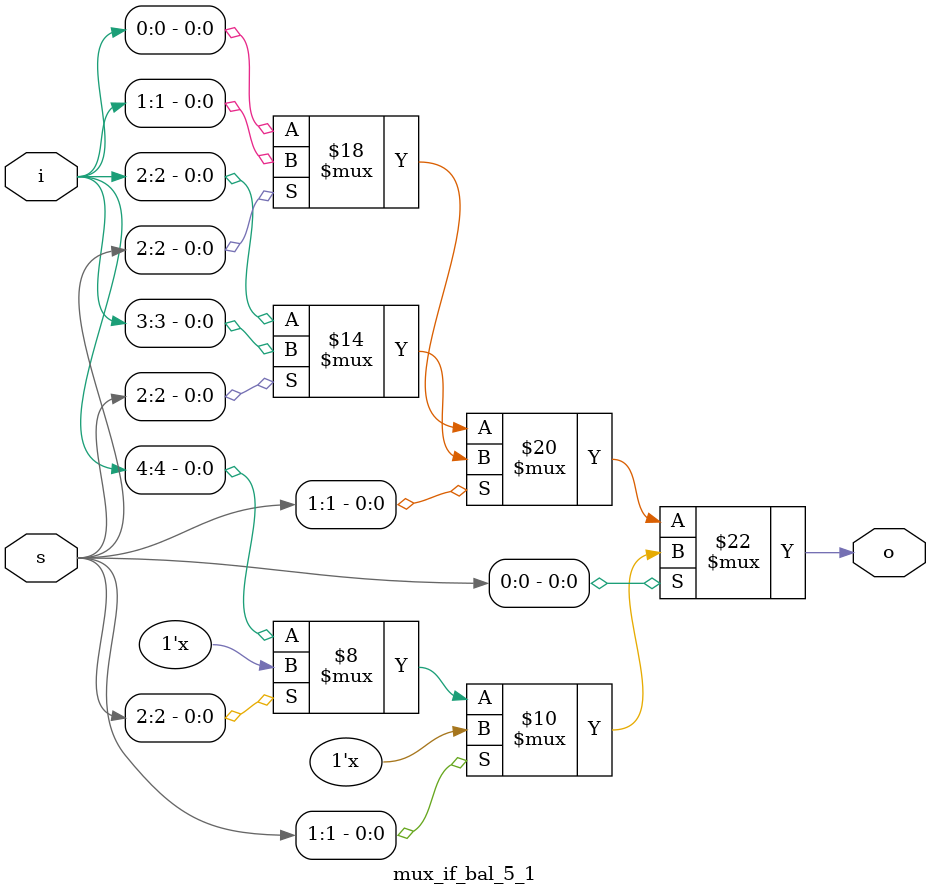
<source format=v>
module mux_if_bal_5_1 #(parameter N=5, parameter W=1) (input [N*W-1:0] i, input [$clog2(N)-1:0] s, output reg [W-1:0] o);
always @* begin
    o <= {{W{{1'bx}}}};
    if (s[0] == 1'b0)
     if (s[1] == 1'b0)
      if (s[2] == 1'b0)
       o <= i[0*W+:W];
      else
       o <= i[1*W+:W];
     else
      if (s[2] == 1'b0)
       o <= i[2*W+:W];
      else
       o <= i[3*W+:W];
    else
     if (s[1] == 1'b0)
      if (s[2] == 1'b0)
       o <= i[4*W+:W];
end
endmodule

</source>
